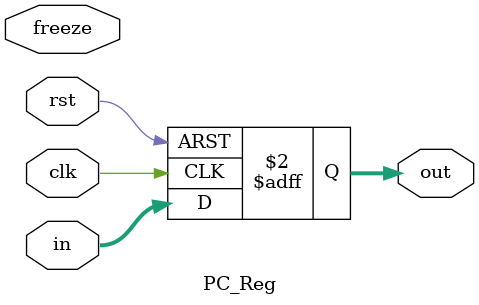
<source format=v>

module PC_Reg (
	input clk, rst,
	input [31:0] in, 
	input freeze,
	output reg [31:0] out
);
	always @(negedge clk or posedge rst) begin
        if (rst) begin
            out <= 32'b0;
        end else begin
            out <= in; 
        end
    end
endmodule
</source>
